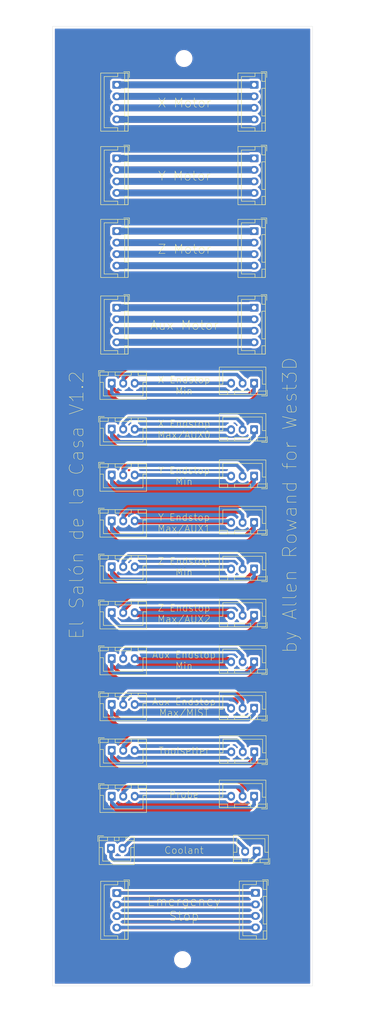
<source format=kicad_pcb>
(kicad_pcb (version 20241229) (generator "pcbnew") (generator_version "9.0")
  (layers (0 "F.Cu" signal) (2 "B.Cu" signal) (13 "F.Paste" user) (15 "B.Paste" user) (5 "F.SilkS" user "F.Silkscreen") (7 "B.SilkS" user "B.Silkscreen") (1 "F.Mask" user) (3 "B.Mask" user) (25 "Edge.Cuts" user))
  (net 0 "")
  (net 1 "Net-(Probe_IN1-Pin_1)")
  (net 2 "Net-(Probe_IN1-Pin_3)")
  (net 3 "Net-(Probe_IN1-Pin_2)")
  (net 4 "Net-(Toolsetter_IN1-Pin_1)")
  (net 5 "Net-(Toolsetter_IN1-Pin_3)")
  (net 6 "Net-(Toolsetter_IN1-Pin_2)")
  (net 7 "Net-(Aux_Endstop_Max_IN1-Pin_3)")
  (net 8 "Net-(Aux_Endstop_Max_IN1-Pin_1)")
  (net 9 "Net-(Aux_Endstop_Max_IN1-Pin_2)")
  (net 10 "Net-(X_Motor_IN1-Pin_1)")
  (net 11 "Net-(X_Motor_IN1-Pin_4)")
  (net 12 "Net-(X_Motor_IN1-Pin_3)")
  (net 13 "Net-(X_Motor_IN1-Pin_2)")
  (net 14 "Net-(Aux_Endstop_Min_IN1-Pin_2)")
  (net 15 "Net-(Aux_Endstop_Min_IN1-Pin_1)")
  (net 16 "Net-(Aux_Endstop_Min_IN1-Pin_3)")
  (net 17 "Net-(Y_Motor_IN1-Pin_1)")
  (net 18 "Net-(Y_Motor_IN1-Pin_4)")
  (net 19 "Net-(Y_Motor_IN1-Pin_3)")
  (net 20 "Net-(Y_Motor_IN1-Pin_2)")
  (net 21 "Net-(X_Endstop_Max_IN1-Pin_2)")
  (net 22 "Net-(X_Endstop_Max_IN1-Pin_3)")
  (net 23 "Net-(X_Endstop_Max_IN1-Pin_1)")
  (net 24 "Net-(Z_Motor_IN1-Pin_1)")
  (net 25 "Net-(Z_Motor_IN1-Pin_3)")
  (net 26 "Net-(Z_Motor_IN1-Pin_2)")
  (net 27 "Net-(Z_Motor_IN1-Pin_4)")
  (net 28 "Net-(X_Endstop_Min_IN1-Pin_3)")
  (net 29 "Net-(X_Endstop_Min_IN1-Pin_1)")
  (net 30 "Net-(X_Endstop_Min_IN1-Pin_2)")
  (net 31 "Net-(Aux_Motor_IN1-Pin_3)")
  (net 32 "Net-(Aux_Motor_IN1-Pin_4)")
  (net 33 "Net-(Aux_Motor_IN1-Pin_2)")
  (net 34 "Net-(Aux_Motor_IN1-Pin_1)")
  (net 35 "Net-(EStop_OUT1-Pin_1)")
  (net 36 "Net-(EStop_OUT1-Pin_2)")
  (net 37 "Net-(EStop_OUT1-Pin_4)")
  (net 38 "Net-(EStop_OUT1-Pin_3)")
  (net 39 "Net-(Y_Endstop_Max_IN1-Pin_1)")
  (net 40 "Net-(Y_Endstop_Max_IN1-Pin_2)")
  (net 41 "Net-(Y_Endstop_Max_IN1-Pin_3)")
  (net 42 "Net-(Y_Endstop_Min_IN1-Pin_3)")
  (net 43 "Net-(Y_Endstop_Min_IN1-Pin_1)")
  (net 44 "Net-(Y_Endstop_Min_IN1-Pin_2)")
  (net 45 "Net-(Z_Endstop_Max_IN1-Pin_3)")
  (net 46 "Net-(Z_Endstop_Max_IN1-Pin_1)")
  (net 47 "Net-(Z_Endstop_Max_IN1-Pin_2)")
  (net 48 "Net-(Z_Endstop_Min_IN1-Pin_1)")
  (net 49 "Net-(Z_Endstop_Min_IN1-Pin_3)")
  (net 50 "Net-(Z_Endstop_Min_IN1-Pin_2)")
  (net 51 "Net-(Coolant_IN1-Pin_2)")
  (net 52 "Net-(Coolant_IN1-Pin_1)")
  (footprint "Connector_JST:JST_XH_B3B-XH-A_1x03_P2.50mm_Vertical" (layer "F.Cu") (at 664.845 292.735 180)
    (property "Reference" "X_Endstop_Min_IN1" (hide yes))
    (property "Value" "Conn_01x03")
  )
  (footprint "Connector_JST:JST_XH_B3B-XH-A_1x03_P2.50mm_Vertical" (layer "F.Cu") (at 633.89 312.65611)
    (property "Reference" "Y_Endstop_Min_OUT1" (hide yes))
    (property "Value" "Conn_01x03")
  )
  (footprint "Connector_JST:JST_XH_B3B-XH-A_1x03_P2.50mm_Vertical" (layer "F.Cu") (at 664.845 382.38 180)
    (property "Reference" "Probe_IN1" (hide yes))
    (property "Value" "Conn_01x03")
  )
  (footprint "Connector_JST:JST_XH_B3B-XH-A_1x03_P2.50mm_Vertical" (layer "F.Cu") (at 664.845 353.198332 180)
    (property "Reference" "Aux_Endstop_Min_IN1" (hide yes))
    (property "Value" "Conn_01x03")
  )
  (footprint "Connector_JST:JST_XH_B2B-XH-A_1x02_P2.50mm_Vertical" (layer "F.Cu") (at 633.73 393.7)
    (property "Reference" "Coolant_IN1" (hide yes))
    (property "Value" "Conn_01x03")
  )
  (footprint "Connector_JST:JST_XH_B3B-XH-A_1x03_P2.50mm_Vertical" (layer "F.Cu") (at 664.845 343.12111 180)
    (property "Reference" "Z_Endstop_Max_IN1" (hide yes))
    (property "Value" "Conn_01x03")
  )
  (footprint "Connector_JST:JST_XH_B3B-XH-A_1x03_P2.50mm_Vertical" (layer "F.Cu") (at 633.89 372.41944)
    (property "Reference" "Toolsetter_OUT1" (hide yes))
    (property "Value" "Conn_01x03")
  )
  (footprint "Connector_JST:JST_XH_B3B-XH-A_1x03_P2.50mm_Vertical" (layer "F.Cu") (at 633.89 322.616665)
    (property "Reference" "Y_Endstop_Max_OUT1" (hide yes))
    (property "Value" "Conn_01x03")
  )
  (footprint "Connector_JST:JST_XH_B3B-XH-A_1x03_P2.50mm_Vertical" (layer "F.Cu") (at 633.89 332.57722)
    (property "Reference" "Z_Endstop_Min_OUT1" (hide yes))
    (property "Value" "Conn_01x03")
  )
  (footprint "Connector_JST:JST_XH_B3B-XH-A_1x03_P2.50mm_Vertical" (layer "F.Cu") (at 664.845 312.889444 180)
    (property "Reference" "Y_Endstop_Min_IN1" (hide yes))
    (property "Value" "Conn_01x03")
  )
  (footprint "Connector_JST:JST_XH_B3B-XH-A_1x03_P2.50mm_Vertical" (layer "F.Cu") (at 664.845 363.275554 180)
    (property "Reference" "Aux_Endstop_Max_IN1" (hide yes))
    (property "Value" "Conn_01x03")
  )
  (footprint "Connector_JST:JST_XH_B4B-XH-A_1x04_P2.50mm_Vertical" (layer "F.Cu") (at 665.1425 403.345 -90)
    (property "Reference" "Estop_IN1" (hide yes))
    (property "Value" "Conn_01x04")
  )
  (footprint "Connector_JST:JST_XH_B4B-XH-A_1x04_P2.50mm_Vertical" (layer "F.Cu") (at 635 403.385 -90)
    (property "Reference" "EStop_OUT1" (hide yes))
    (property "Value" "Conn_01x04")
  )
  (footprint "Connector_JST:JST_XH_B4B-XH-A_1x04_P2.50mm_Vertical" (layer "F.Cu") (at 664.845 276.345 -90)
    (property "Reference" "Aux_Motor_OUT1" (hide yes))
    (property "Value" "Conn_01x04")
  )
  (footprint "Connector_JST:JST_XH_B3B-XH-A_1x03_P2.50mm_Vertical" (layer "F.Cu") (at 633.89 302.695555)
    (property "Reference" "X_Endstop_Max_OUT1" (hide yes))
    (property "Value" "Conn_01x03")
  )
  (footprint "Connector_JST:JST_XH_B4B-XH-A_1x04_P2.50mm_Vertical" (layer "F.Cu") (at 635 227.965 -90)
    (property "Reference" "X_Motor_IN1" (hide yes))
    (property "Value" "Conn_01x04")
  )
  (footprint "MountingHole:MountingHole_3.2mm_M3" (layer "F.Cu") (at 649.605 222.25)
    (property "Reference" "REF**" (hide yes))
    (property "Value" "MountingHole_3.2mm_M3" (hide yes))
  )
  (footprint "Connector_JST:JST_XH_B3B-XH-A_1x03_P2.50mm_Vertical" (layer "F.Cu") (at 633.89 382.38)
    (property "Reference" "Probe_OUT1" (hide yes))
    (property "Value" "Conn_01x03")
  )
  (footprint "Connector_JST:JST_XH_B4B-XH-A_1x04_P2.50mm_Vertical" (layer "F.Cu") (at 664.845 259.715 -90)
    (property "Reference" "Z_Motor_OUT1" (hide yes))
    (property "Value" "Conn_01x04")
  )
  (footprint "Connector_JST:JST_XH_B3B-XH-A_1x03_P2.50mm_Vertical" (layer "F.Cu") (at 664.845 322.966666 180)
    (property "Reference" "Y_Endstop_Max_IN1" (hide yes))
    (property "Value" "Conn_01x03")
  )
  (footprint "Connector_JST:JST_XH_B2B-XH-A_1x02_P2.50mm_Vertical" (layer "F.Cu") (at 665.4 394.335 180)
    (property "Reference" "Coolant_OUT1" (hide yes))
    (property "Value" "Conn_01x03")
  )
  (footprint "Connector_JST:JST_XH_B3B-XH-A_1x03_P2.50mm_Vertical" (layer "F.Cu") (at 664.845 302.812222 180)
    (property "Reference" "X_Endstop_Max_IN1" (hide yes))
    (property "Value" "Conn_01x03")
  )
  (footprint "Connector_JST:JST_XH_B3B-XH-A_1x03_P2.50mm_Vertical" (layer "F.Cu") (at 664.885 372.745 180)
    (property "Reference" "Toolsetter_IN1" (hide yes))
    (property "Value" "Conn_01x03")
  )
  (footprint "Connector_JST:JST_XH_B3B-XH-A_1x03_P2.50mm_Vertical" (layer "F.Cu") (at 633.89 362.458885)
    (property "Reference" "Aux_Endstop_Max_OUT1" (hide yes))
    (property "Value" "Conn_01x03")
  )
  (footprint "Connector_JST:JST_XH_B4B-XH-A_1x04_P2.50mm_Vertical" (layer "F.Cu") (at 635 259.715 -90)
    (property "Reference" "Z_Motor_IN1" (hide yes))
    (property "Value" "Conn_01x04")
  )
  (footprint "Connector_JST:JST_XH_B4B-XH-A_1x04_P2.50mm_Vertical" (layer "F.Cu") (at 664.845 227.965 -90)
    (property "Reference" "X_Motor_OUT1" (hide yes))
    (property "Value" "Conn_01x04")
  )
  (footprint "Connector_JST:JST_XH_B3B-XH-A_1x03_P2.50mm_Vertical" (layer "F.Cu") (at 633.89 292.735)
    (property "Reference" "X_Endstop_Min_OUT1" (hide yes))
    (property "Value" "Conn_01x03")
  )
  (footprint "Connector_JST:JST_XH_B4B-XH-A_1x04_P2.50mm_Vertical" (layer "F.Cu") (at 664.845 243.92 -90)
    (property "Reference" "Y_Motor_OUT1" (hide yes))
    (property "Value" "Conn_01x04")
  )
  (footprint "Connector_JST:JST_XH_B3B-XH-A_1x03_P2.50mm_Vertical" (layer "F.Cu") (at 633.89 342.537775)
    (property "Reference" "Z_Endstop_Max_OUT1" (hide yes))
    (property "Value" "Conn_01x03")
  )
  (footprint "Connector_JST:JST_XH_B3B-XH-A_1x03_P2.50mm_Vertical" (layer "F.Cu") (at 664.845 333.043888 180)
    (property "Reference" "Z_Endstop_Min_IN1" (hide yes))
    (property "Value" "Conn_01x03")
  )
  (footprint "MountingHole:MountingHole_3.2mm_M3" (layer "F.Cu") (at 649.2875 417.83)
    (property "Reference" "REF**" (hide yes))
    (property "Value" "MountingHole_3.2mm_M3" (hide yes))
  )
  (footprint "Connector_JST:JST_XH_B4B-XH-A_1x04_P2.50mm_Vertical" (layer "F.Cu") (at 635 243.92 -90)
    (property "Reference" "Y_Motor_IN1" (hide yes))
    (property "Value" "Conn_01x04")
  )
  (footprint "Connector_JST:JST_XH_B3B-XH-A_1x03_P2.50mm_Vertical" (layer "F.Cu") (at 633.89 352.49833)
    (property "Reference" "Aux_Endstop_Min_OUT1" (hide yes))
    (property "Value" "Conn_01x03")
  )
  (footprint "Connector_JST:JST_XH_B4B-XH-A_1x04_P2.50mm_Vertical" (layer "F.Cu") (at 635 276.345 -90)
    (property "Reference" "Aux_Motor_IN1" (hide yes))
    (property "Value" "Conn_01x04")
  )
  (gr_rect (start 621.03 215.265) (end 677.545 423.545) (stroke (width 0.05)) (fill no) (layer "Edge.Cuts"))
  (gr_text "X Endstop\nMin" (at 649.605 295.275 0) (layer "F.SilkS") (effects (font (size 1.5 1.5) (thickness 0.1)) (justify bottom)))
  (gr_text "Y Endstop\nMax/AUX1" (at 649.605 325.12 0) (layer "F.SilkS") (effects (font (size 1.5 1.5) (thickness 0.1)) (justify bottom)))
  (gr_text "Z Endstop\nMin" (at 649.605 334.645 0) (layer "F.SilkS") (effects (font (size 1.5 1.5) (thickness 0.1)) (justify bottom)))
  (gr_text "Aux Endstop\nMax/MIST" (at 649.605 365.125 0) (layer "F.SilkS") (effects (font (size 1.5 1.5) (thickness 0.1)) (justify bottom)))
  (gr_text "Emergency\nStop" (at 649.605 409.575 0) (layer "F.SilkS") (effects (font (size 2 2) (thickness 0.1)) (justify bottom)))
  (gr_text "Y Motor" (at 643.893095 248.92 0) (layer "F.SilkS") (effects (font (size 2 2) (thickness 0.1)) (justify left bottom)))
  (gr_text "Y Endstop\nMin" (at 649.605 314.96 0) (layer "F.SilkS") (effects (font (size 1.5 1.5) (thickness 0.1)) (justify bottom)))
  (gr_text "Toolsetter" (at 649.605 373.38 0) (layer "F.SilkS") (effects (font (size 1.5 1.5) (thickness 0.1)) (justify bottom)))
  (gr_text "Z Motor" (at 643.797857 264.795 0) (layer "F.SilkS") (effects (font (size 2 2) (thickness 0.1)) (justify left bottom)))
  (gr_text "by Allen Rowand for West3D" (at 674.37 351.469287 90) (layer "F.SilkS") (effects (font (size 3 3) (thickness 0.1)) (justify left bottom)))
  (gr_text "Probe" (at 649.605 382.905 0) (layer "F.SilkS") (effects (font (size 1.5 1.5) (thickness 0.1)) (justify bottom)))
  (gr_text "X Endstop\nMax/AUX0" (at 649.605 304.8 0) (layer "F.SilkS") (effects (font (size 1.5 1.5) (thickness 0.1)) (justify bottom)))
  (gr_text "El Salón de la Casa V1.2" (at 628.015 348.469287 90) (layer "F.SilkS") (effects (font (size 3 3) (thickness 0.1)) (justify left bottom)))
  (gr_text "Z Endstop\nMax/AUX2" (at 649.605 344.805 0) (layer "F.SilkS") (effects (font (size 1.5 1.5) (thickness 0.1)) (justify bottom)))
  (gr_text "Coolant" (at 649.605 394.97 0) (layer "F.SilkS") (effects (font (size 1.5 1.5) (thickness 0.1)) (justify bottom)))
  (gr_text "X Motor" (at 643.797857 233.045 0) (layer "F.SilkS") (effects (font (size 2 2) (thickness 0.1)) (justify left bottom)))
  (gr_text "Aux Motor" (at 642.178809 281.305 0) (layer "F.SilkS") (effects (font (size 2 2) (thickness 0.1)) (justify left bottom)))
  (gr_text "Aux Endstop\nMin" (at 649.605 354.965 0) (layer "F.SilkS") (effects (font (size 1.5 1.5) (thickness 0.1)) (justify bottom)))
  (segment (start 633.89 384.335) (end 635 385.445) (width 0.75) (layer "F.Cu") (net 1))
  (segment (start 633.89 382.38) (end 633.89 384.335) (width 0.75) (layer "F.Cu") (net 1))
  (segment (start 664.885 384.175) (end 664.845 384.135) (width 0.75) (layer "F.Cu") (net 1))
  (segment (start 663.615 385.445) (end 664.885 384.175) (width 0.75) (layer "F.Cu") (net 1))
  (segment (start 664.845 384.135) (end 664.845 382.38) (width 0.75) (layer "F.Cu") (net 1))
  (segment (start 635 385.445) (end 663.615 385.445) (width 0.75) (layer "F.Cu") (net 1))
  (segment (start 633.89 382.38) (end 633.89 383.7) (width 0.75) (layer "B.Cu") (net 1))
  (segment (start 635 384.81) (end 664.25 384.81) (width 0.75) (layer "B.Cu") (net 1))
  (segment (start 633.89 383.7) (end 635 384.81) (width 0.75) (layer "B.Cu") (net 1))
  (segment (start 664.845 384.215) (end 664.845 382.38) (width 0.75) (layer "B.Cu") (net 1))
  (segment (start 664.25 384.81) (end 664.845 384.215) (width 0.75) (layer "B.Cu") (net 1))
  (segment (start 638.89 382.38) (end 659.845 382.38) (width 0.75) (layer "F.Cu") (net 2))
  (segment (start 638.89 382.38) (end 659.845 382.38) (width 0.75) (layer "B.Cu") (net 2))
  (segment (start 636.39 382.38) (end 636.39 380.88) (width 0.75) (layer "F.Cu") (net 3))
  (segment (start 636.39 380.88) (end 636.905 380.365) (width 0.75) (layer "F.Cu") (net 3))
  (segment (start 661.075 380.365) (end 662.345 381.635) (width 0.75) (layer "F.Cu") (net 3))
  (segment (start 662.345 381.635) (end 662.345 382.38) (width 0.75) (layer "F.Cu") (net 3))
  (segment (start 636.905 380.365) (end 661.075 380.365) (width 0.75) (layer "F.Cu") (net 3))
  (segment (start 661.71 380.365) (end 662.345 381) (width 0.75) (layer "B.Cu") (net 3))
  (segment (start 662.345 381) (end 662.345 382.38) (width 0.75) (layer "B.Cu") (net 3))
  (segment (start 636.39 381.515) (end 637.54 380.365) (width 0.75) (layer "B.Cu") (net 3))
  (segment (start 636.39 382.38) (end 636.39 381.515) (width 0.75) (layer "B.Cu") (net 3))
  (segment (start 637.54 380.365) (end 661.71 380.365) (width 0.75) (layer "B.Cu") (net 3))
  (segment (start 633.89 372.41944) (end 633.89 373.54) (width 0.75) (layer "F.Cu") (net 4))
  (segment (start 663.615 375.285) (end 664.885 374.015) (width 0.75) (layer "F.Cu") (net 4))
  (segment (start 635.635 375.285) (end 663.615 375.285) (width 0.75) (layer "F.Cu") (net 4))
  (segment (start 633.89 373.54) (end 635.635 375.285) (width 0.75) (layer "F.Cu") (net 4))
  (segment (start 664.885 374.015) (end 664.885 372.745) (width 0.75) (layer "F.Cu") (net 4))
  (segment (start 664.885 374.65) (end 664.885 372.745) (width 0.75) (layer "B.Cu") (net 4))
  (segment (start 635 375.285) (end 664.25 375.285) (width 0.75) (layer "B.Cu") (net 4))
  (segment (start 633.89 374.175) (end 635 375.285) (width 0.75) (layer "B.Cu") (net 4))
  (segment (start 633.89 372.41944) (end 633.89 374.175) (width 0.75) (layer "B.Cu") (net 4))
  (segment (start 664.25 375.285) (end 664.885 374.65) (width 0.75) (layer "B.Cu") (net 4))
  (segment (start 639.21556 372.745) (end 638.89 372.41944) (width 0.75) (layer "F.Cu") (net 5))
  (segment (start 659.885 372.745) (end 639.21556 372.745) (width 0.75) (layer "F.Cu") (net 5))
  (segment (start 639.21556 372.745) (end 638.89 372.41944) (width 0.75) (layer "B.Cu") (net 5))
  (segment (start 659.885 372.745) (end 639.21556 372.745) (width 0.75) (layer "B.Cu") (net 5))
  (segment (start 636.39 371.99) (end 638.175 370.205) (width 0.75) (layer "F.Cu") (net 6))
  (segment (start 662.385 371.515) (end 662.385 372.745) (width 0.75) (layer "F.Cu") (net 6))
  (segment (start 638.175 370.205) (end 661.075 370.205) (width 0.75) (layer "F.Cu") (net 6))
  (segment (start 661.075 370.205) (end 662.385 371.515) (width 0.75) (layer "F.Cu") (net 6))
  (segment (start 636.39 372.41944) (end 636.39 371.99) (width 0.75) (layer "F.Cu") (net 6))
  (segment (start 636.39 372.41944) (end 636.39 371.355) (width 0.75) (layer "B.Cu") (net 6))
  (segment (start 662.385 371.515) (end 662.385 372.745) (width 0.75) (layer "B.Cu") (net 6))
  (segment (start 661.075 370.205) (end 662.385 371.515) (width 0.75) (layer "B.Cu") (net 6))
  (segment (start 636.39 371.355) (end 637.54 370.205) (width 0.75) (layer "B.Cu") (net 6))
  (segment (start 637.54 370.205) (end 661.075 370.205) (width 0.75) (layer "B.Cu") (net 6))
  (segment (start 638.89 362.458885) (end 659.028331 362.458885) (width 0.75) (layer "F.Cu") (net 7))
  (segment (start 659.028331 362.458885) (end 659.845 363.275554) (width 0.75) (layer "F.Cu") (net 7))
  (segment (start 638.89 362.458885) (end 659.028331 362.458885) (width 0.75) (layer "B.Cu") (net 7))
  (segment (start 659.028331 362.458885) (end 659.845 363.275554) (width 0.75) (layer "B.Cu") (net 7))
  (segment (start 664.845 364.53) (end 664.845 363.275554) (width 0.75) (layer "F.Cu") (net 8))
  (segment (start 633.89 362.458885) (end 633.89 364.015) (width 0.75) (layer "F.Cu") (net 8))
  (segment (start 635.635 365.76) (end 663.615 365.76) (width 0.75) (layer "F.Cu") (net 8))
  (segment (start 663.615 365.76) (end 664.845 364.53) (width 0.75) (layer "F.Cu") (net 8))
  (segment (start 633.89 364.015) (end 635.635 365.76) (width 0.75) (layer "F.Cu") (net 8))
  (segment (start 634.0475 365.4425) (end 634.365 365.76) (width 0.75) (layer "B.Cu") (net 8))
  (segment (start 664.845 364.53) (end 664.845 363.275554) (width 0.75) (layer "B.Cu") (net 8))
  (segment (start 633.89 365.285) (end 634.365 365.76) (width 0.75) (layer "B.Cu") (net 8))
  (segment (start 633.89 362.458885) (end 633.89 365.285) (width 0.75) (layer "B.Cu") (net 8))
  (segment (start 634.365 365.76) (end 663.615 365.76) (width 0.75) (layer "B.Cu") (net 8))
  (segment (start 663.615 365.76) (end 664.845 364.53) (width 0.75) (layer "B.Cu") (net 8))
  (segment (start 637.54 360.045) (end 661.075 360.045) (width 0.75) (layer "F.Cu") (net 9))
  (segment (start 636.39 361.195) (end 637.54 360.045) (width 0.75) (layer "F.Cu") (net 9))
  (segment (start 662.345 361.315) (end 662.345 363.275554) (width 0.75) (layer "F.Cu") (net 9))
  (segment (start 661.075 360.045) (end 662.345 361.315) (width 0.75) (layer "F.Cu") (net 9))
  (segment (start 636.39 362.458885) (end 636.39 361.195) (width 0.75) (layer "F.Cu") (net 9))
  (segment (start 662.345 361.95) (end 662.345 363.275554) (width 0.75) (layer "B.Cu") (net 9))
  (segment (start 636.39 361.195) (end 637.54 360.045) (width 0.75) (layer "B.Cu") (net 9))
  (segment (start 636.39 362.458885) (end 636.39 361.195) (width 0.75) (layer "B.Cu") (net 9))
  (segment (start 637.54 360.045) (end 660.44 360.045) (width 0.75) (layer "B.Cu") (net 9))
  (segment (start 660.44 360.045) (end 662.345 361.95) (width 0.75) (layer "B.Cu") (net 9))
  (segment (start 635 227.965) (end 664.845 227.965) (width 1.5) (layer "F.Cu") (net 10))
  (segment (start 635 227.965) (end 664.845 227.965) (width 1.5) (layer "B.Cu") (net 10))
  (segment (start 664.845 235.465) (end 635 235.465) (width 1.5) (layer "F.Cu") (net 11))
  (segment (start 664.845 235.465) (end 635 235.465) (width 1.5) (layer "B.Cu") (net 11))
  (segment (start 635 232.965) (end 664.845 232.965) (width 1.5) (layer "F.Cu") (net 12))
  (segment (start 635 232.965) (end 664.845 232.965) (width 1.5) (layer "B.Cu") (net 12))
  (segment (start 664.845 230.465) (end 635 230.465) (width 1.5) (layer "F.Cu") (net 13))
  (segment (start 664.845 230.465) (end 635 230.465) (width 1.5) (layer "B.Cu") (net 13))
  (segment (start 662.345 351.83) (end 662.345 353.198332) (width 0.75) (layer "F.Cu") (net 14))
  (segment (start 636.39 351.035) (end 636.905 350.52) (width 0.75) (layer "F.Cu") (net 14))
  (segment (start 636.39 352.49833) (end 636.39 351.035) (width 0.75) (layer "F.Cu") (net 14))
  (segment (start 636.905 350.52) (end 661.035 350.52) (width 0.75) (layer "F.Cu") (net 14))
  (segment (start 661.035 350.52) (end 662.345 351.83) (width 0.75) (layer "F.Cu") (net 14))
  (segment (start 661.035 350.52) (end 662.345 351.83) (width 0.75) (layer "B.Cu") (net 14))
  (segment (start 636.39 351.035) (end 636.905 350.52) (width 0.75) (layer "B.Cu") (net 14))
  (segment (start 662.345 351.83) (end 662.345 353.198332) (width 0.75) (layer "B.Cu") (net 14))
  (segment (start 636.39 352.49833) (end 636.39 351.035) (width 0.75) (layer "B.Cu") (net 14))
  (segment (start 636.905 350.52) (end 661.035 350.52) (width 0.75) (layer "B.Cu") (net 14))
  (segment (start 633.89 353.855) (end 635.635 355.6) (width 0.75) (layer "F.Cu") (net 15))
  (segment (start 664.845 353.735) (end 664.845 353.198332) (width 0.75) (layer "F.Cu") (net 15))
  (segment (start 662.98 355.6) (end 664.845 353.735) (width 0.75) (layer "F.Cu") (net 15))
  (segment (start 635.635 355.6) (end 662.98 355.6) (width 0.75) (layer "F.Cu") (net 15))
  (segment (start 633.89 352.49833) (end 633.89 353.855) (width 0.75) (layer "F.Cu") (net 15))
  (segment (start 634.365 355.6) (end 663.615 355.6) (width 0.75) (layer "B.Cu") (net 15))
  (segment (start 663.615 355.6) (end 664.845 354.37) (width 0.75) (layer "B.Cu") (net 15))
  (segment (start 633.89 352.49833) (end 633.89 355.125) (width 0.75) (layer "B.Cu") (net 15))
  (segment (start 664.845 354.37) (end 664.845 353.198332) (width 0.75) (layer "B.Cu") (net 15))
  (segment (start 633.89 355.125) (end 634.365 355.6) (width 0.75) (layer "B.Cu") (net 15))
  (segment (start 659.144998 352.49833) (end 659.845 353.198332) (width 0.75) (layer "F.Cu") (net 16))
  (segment (start 638.89 352.49833) (end 659.144998 352.49833) (width 0.75) (layer "F.Cu") (net 16))
  (segment (start 659.845 353.198332) (end 639.590002 353.198332) (width 0.75) (layer "B.Cu") (net 16))
  (segment (start 639.590002 353.198332) (end 638.89 352.49833) (width 0.75) (layer "B.Cu") (net 16))
  (segment (start 635 243.92) (end 664.845 243.92) (width 1.5) (layer "F.Cu") (net 17))
  (segment (start 635 243.92) (end 664.845 243.92) (width 1.5) (layer "B.Cu") (net 17))
  (segment (start 664.845 251.42) (end 635 251.42) (width 1.5) (layer "F.Cu") (net 18))
  (segment (start 664.845 251.42) (end 635 251.42) (width 1.5) (layer "B.Cu") (net 18))
  (segment (start 635 248.92) (end 664.845 248.92) (width 1.5) (layer "F.Cu") (net 19))
  (segment (start 635 248.92) (end 664.845 248.92) (width 1.5) (layer "B.Cu") (net 19))
  (segment (start 664.845 246.42) (end 635 246.42) (width 1.5) (layer "F.Cu") (net 20))
  (segment (start 664.845 246.42) (end 635 246.42) (width 1.5) (layer "B.Cu") (net 20))
  (segment (start 662.345 301.625) (end 662.345 302.812222) (width 0.75) (layer "F.Cu") (net 21))
  (segment (start 636.39 302.695555) (end 636.39 301.505) (width 0.75) (layer "F.Cu") (net 21))
  (segment (start 661.075 300.355) (end 662.345 301.625) (width 0.75) (layer "F.Cu") (net 21))
  (segment (start 636.39 301.505) (end 637.54 300.355) (width 0.75) (layer "F.Cu") (net 21))
  (segment (start 637.54 300.355) (end 661.075 300.355) (width 0.75) (layer "F.Cu") (net 21))
  (segment (start 636.39 302.695555) (end 636.39 301.505) (width 0.75) (layer "B.Cu") (net 21))
  (segment (start 661.075 300.355) (end 662.345 301.625) (width 0.75) (layer "B.Cu") (net 21))
  (segment (start 637.54 300.355) (end 661.075 300.355) (width 0.75) (layer "B.Cu") (net 21))
  (segment (start 636.39 301.505) (end 637.54 300.355) (width 0.75) (layer "B.Cu") (net 21))
  (segment (start 662.345 301.625) (end 662.345 302.812222) (width 0.75) (layer "B.Cu") (net 21))
  (segment (start 639.006667 302.812222) (end 638.89 302.695555) (width 0.75) (layer "F.Cu") (net 22))
  (segment (start 659.845 302.812222) (end 639.006667 302.812222) (width 0.75) (layer "F.Cu") (net 22))
  (segment (start 659.845 302.812222) (end 639.006667 302.812222) (width 0.75) (layer "B.Cu") (net 22))
  (segment (start 639.006667 302.812222) (end 638.89 302.695555) (width 0.75) (layer "B.Cu") (net 22))
  (segment (start 663.615 305.435) (end 664.845 304.205) (width 0.75) (layer "F.Cu") (net 23))
  (segment (start 664.845 304.205) (end 664.845 302.812222) (width 0.75) (layer "F.Cu") (net 23))
  (segment (start 633.89 302.695555) (end 633.89 303.69) (width 0.75) (layer "F.Cu") (net 23))
  (segment (start 635.635 305.435) (end 663.615 305.435) (width 0.75) (layer "F.Cu") (net 23))
  (segment (start 633.89 303.69) (end 635.635 305.435) (width 0.75) (layer "F.Cu") (net 23))
  (segment (start 633.89 304.325) (end 635 305.435) (width 0.75) (layer "B.Cu") (net 23))
  (segment (start 663.615 305.435) (end 664.845 304.205) (width 0.75) (layer "B.Cu") (net 23))
  (segment (start 633.89 302.695555) (end 633.89 304.325) (width 0.75) (layer "B.Cu") (net 23))
  (segment (start 664.845 304.205) (end 664.845 302.812222) (width 0.75) (layer "B.Cu") (net 23))
  (segment (start 635 305.435) (end 663.615 305.435) (width 0.75) (layer "B.Cu") (net 23))
  (segment (start 635 259.715) (end 664.845 259.715) (width 1.5) (layer "F.Cu") (net 24))
  (segment (start 635 259.715) (end 664.845 259.715) (width 1.5) (layer "B.Cu") (net 24))
  (segment (start 635 264.715) (end 664.845 264.715) (width 1.5) (layer "F.Cu") (net 25))
  (segment (start 635 264.715) (end 664.845 264.715) (width 1.5) (layer "B.Cu") (net 25))
  (segment (start 664.845 262.215) (end 635 262.215) (width 1.5) (layer "F.Cu") (net 26))
  (segment (start 664.845 262.215) (end 635 262.215) (width 1.5) (layer "B.Cu") (net 26))
  (segment (start 664.845 267.215) (end 635 267.215) (width 1.5) (layer "F.Cu") (net 27))
  (segment (start 664.845 267.215) (end 635 267.215) (width 1.5) (layer "B.Cu") (net 27))
  (segment (start 638.89 292.735) (end 659.845 292.735) (width 0.75) (layer "F.Cu") (net 28))
  (segment (start 638.89 292.735) (end 659.845 292.735) (width 0.75) (layer "B.Cu") (net 28))
  (segment (start 633.89 293.53) (end 635.635 295.275) (width 0.75) (layer "F.Cu") (net 29))
  (segment (start 664.845 294.045) (end 664.845 292.735) (width 0.75) (layer "F.Cu") (net 29))
  (segment (start 633.89 292.735) (end 633.89 293.53) (width 0.75) (layer "F.Cu") (net 29))
  (segment (start 663.615 295.275) (end 664.845 294.045) (width 0.75) (layer "F.Cu") (net 29))
  (segment (start 635.635 295.275) (end 663.615 295.275) (width 0.75) (layer "F.Cu") (net 29))
  (segment (start 664.25 295.275) (end 664.845 294.68) (width 0.75) (layer "B.Cu") (net 29))
  (segment (start 634.365 295.275) (end 664.25 295.275) (width 0.75) (layer "B.Cu") (net 29))
  (segment (start 633.89 292.735) (end 633.89 294.8) (width 0.75) (layer "B.Cu") (net 29))
  (segment (start 633.89 294.8) (end 634.365 295.275) (width 0.75) (layer "B.Cu") (net 29))
  (segment (start 664.845 294.68) (end 664.845 292.735) (width 0.75) (layer "B.Cu") (net 29))
  (segment (start 661.075 290.83) (end 662.345 292.1) (width 0.75) (layer "F.Cu") (net 30))
  (segment (start 636.39 291.98) (end 637.54 290.83) (width 0.75) (layer "F.Cu") (net 30))
  (segment (start 636.39 292.735) (end 636.39 291.98) (width 0.75) (layer "F.Cu") (net 30))
  (segment (start 662.345 292.1) (end 662.345 292.735) (width 0.75) (layer "F.Cu") (net 30))
  (segment (start 637.54 290.83) (end 661.075 290.83) (width 0.75) (layer "F.Cu") (net 30))
  (segment (start 636.39 292.735) (end 636.39 291.345) (width 0.75) (layer "B.Cu") (net 30))
  (segment (start 636.39 291.345) (end 636.905 290.83) (width 0.75) (layer "B.Cu") (net 30))
  (segment (start 636.905 290.83) (end 661.075 290.83) (width 0.75) (layer "B.Cu") (net 30))
  (segment (start 661.075 290.83) (end 662.345 292.1) (width 0.75) (layer "B.Cu") (net 30))
  (segment (start 662.345 292.1) (end 662.345 292.735) (width 0.75) (layer "B.Cu") (net 30))
  (segment (start 635 281.345) (end 664.845 281.345) (width 1.5) (layer "F.Cu") (net 31))
  (segment (start 635 281.345) (end 664.845 281.345) (width 1.5) (layer "B.Cu") (net 31))
  (segment (start 664.845 283.845) (end 635 283.845) (width 1.5) (layer "F.Cu") (net 32))
  (segment (start 664.845 283.845) (end 635 283.845) (width 1.5) (layer "B.Cu") (net 32))
  (segment (start 664.845 278.845) (end 635 278.845) (width 1.5) (layer "F.Cu") (net 33))
  (segment (start 664.845 278.845) (end 635 278.845) (width 1.5) (layer "B.Cu") (net 33))
  (segment (start 635 276.345) (end 664.845 276.345) (width 1.5) (layer "F.Cu") (net 34))
  (segment (start 635 276.345) (end 664.845 276.345) (width 1.5) (layer "B.Cu") (net 34))
  (segment (start 665.1425 403.345) (end 635.3375 403.345) (width 0.75) (layer "F.Cu") (net 35))
  (segment (start 635.04 403.345) (end 635 403.385) (width 0.75) (layer "F.Cu") (net 35))
  (segment (start 665.1025 403.385) (end 665.1425 403.345) (width 0.75) (layer "B.Cu") (net 35))
  (segment (start 635.2975 403.385) (end 665.1025 403.385) (width 0.75) (layer "B.Cu") (net 35))
  (segment (start 665.1025 405.885) (end 665.1425 405.845) (width 0.75) (layer "F.Cu") (net 36))
  (segment (start 635.2975 405.885) (end 665.1025 405.885) (width 0.75) (layer "F.Cu") (net 36))
  (segment (start 635.04 405.845) (end 635 405.885) (width 0.75) (layer "B.Cu") (net 36))
  (segment (start 665.1425 405.845) (end 635.3375 405.845) (width 0.75) (layer "B.Cu") (net 36))
  (segment (start 635.2975 410.885) (end 665.1025 410.885) (width 0.75) (layer "F.Cu") (net 37))
  (segment (start 665.1025 410.885) (end 665.1425 410.845) (width 0.75) (layer "F.Cu") (net 37))
  (segment (start 635.04 410.845) (end 635 410.885) (width 0.75) (layer "B.Cu") (net 37))
  (segment (start 665.1425 410.845) (end 635.3375 410.845) (width 0.75) (layer "B.Cu") (net 37))
  (segment (start 665.1425 408.345) (end 635.3375 408.345) (width 0.75) (layer "F.Cu") (net 38))
  (segment (start 635.04 408.345) (end 635 408.385) (width 0.75) (layer "F.Cu") (net 38))
  (segment (start 665.1025 408.385) (end 665.1425 408.345) (width 0.75) (layer "B.Cu") (net 38))
  (segment (start 635.2975 408.385) (end 665.1025 408.385) (width 0.75) (layer "B.Cu") (net 38))
  (segment (start 662.98 325.755) (end 664.845 323.89) (width 0.75) (layer "F.Cu") (net 39))
  (segment (start 633.89 322.616665) (end 633.89 324.01) (width 0.75) (layer "F.Cu") (net 39))
  (segment (start 633.89 324.01) (end 635.635 325.755) (width 0.75) (layer "F.Cu") (net 39))
  (segment (start 635.635 325.755) (end 662.98 325.755) (width 0.75) (layer "F.Cu") (net 39))
  (segment (start 664.845 323.89) (end 664.845 322.966666) (width 0.75) (layer "F.Cu") (net 39))
  (segment (start 635 325.755) (end 663.615 325.755) (width 0.75) (layer "B.Cu") (net 39))
  (segment (start 633.89 324.645) (end 635 325.755) (width 0.75) (layer "B.Cu") (net 39))
  (segment (start 664.845 324.525) (end 664.845 322.966666) (width 0.75) (layer "B.Cu") (net 39))
  (segment (start 633.89 322.616665) (end 633.89 324.645) (width 0.75) (layer "B.Cu") (net 39))
  (segment (start 663.615 325.755) (end 664.845 324.525) (width 0.75) (layer "B.Cu") (net 39))
  (segment (start 636.39 321.825) (end 637.54 320.675) (width 0.75) (layer "F.Cu") (net 40))
  (segment (start 637.54 320.675) (end 661.71 320.675) (width 0.75) (layer "F.Cu") (net 40))
  (segment (start 661.71 320.675) (end 662.345 321.31) (width 0.75) (layer "F.Cu") (net 40))
  (segment (start 662.345 321.31) (end 662.345 322.966666) (width 0.75) (layer "F.Cu") (net 40))
  (segment (start 636.39 322.616665) (end 636.39 321.825) (width 0.75) (layer "F.Cu") (net 40))
  (segment (start 661.075 320.04) (end 662.345 321.31) (width 0.75) (layer "B.Cu") (net 40))
  (segment (start 637.54 320.04) (end 661.075 320.04) (width 0.75) (layer "B.Cu") (net 40))
  (segment (start 662.345 321.31) (end 662.345 322.966666) (width 0.75) (layer "B.Cu") (net 40))
  (segment (start 636.39 321.19) (end 637.54 320.04) (width 0.75) (layer "B.Cu") (net 40))
  (segment (start 636.39 322.616665) (end 636.39 321.19) (width 0.75) (layer "B.Cu") (net 40))
  (segment (start 639.240001 322.966666) (end 638.89 322.616665) (width 0.75) (layer "F.Cu") (net 41))
  (segment (start 659.845 322.966666) (end 639.240001 322.966666) (width 0.75) (layer "F.Cu") (net 41))
  (segment (start 659.845 322.966666) (end 659.494999 322.616665) (width 0.75) (layer "B.Cu") (net 41))
  (segment (start 659.494999 322.616665) (end 638.89 322.616665) (width 0.75) (layer "B.Cu") (net 41))
  (segment (start 659.611666 312.65611) (end 659.845 312.889444) (width 0.75) (layer "F.Cu") (net 42))
  (segment (start 638.89 312.65611) (end 659.611666 312.65611) (width 0.75) (layer "F.Cu") (net 42))
  (segment (start 659.611666 312.65611) (end 659.845 312.889444) (width 0.75) (layer "B.Cu") (net 42))
  (segment (start 659.611666 312.65611) (end 638.89 312.65611) (width 0.75) (layer "B.Cu") (net 42))
  (segment (start 664.845 313.73) (end 664.845 312.889444) (width 0.75) (layer "F.Cu") (net 43))
  (segment (start 663.615 314.96) (end 664.845 313.73) (width 0.75) (layer "F.Cu") (net 43))
  (segment (start 635 314.96) (end 663.615 314.96) (width 0.75) (layer "F.Cu") (net 43))
  (segment (start 633.89 313.85) (end 635 314.96) (width 0.75) (layer "F.Cu") (net 43))
  (segment (start 633.89 312.65611) (end 633.89 313.85) (width 0.75) (layer "F.Cu") (net 43))
  (segment (start 633.89 314.485) (end 635 315.595) (width 0.75) (layer "B.Cu") (net 43))
  (segment (start 633.89 312.65611) (end 633.89 314.485) (width 0.75) (layer "B.Cu") (net 43))
  (segment (start 664.845 314.365) (end 664.845 312.889444) (width 0.75) (layer "B.Cu") (net 43))
  (segment (start 663.615 315.595) (end 664.845 314.365) (width 0.75) (layer "B.Cu") (net 43))
  (segment (start 635 315.595) (end 663.615 315.595) (width 0.75) (layer "B.Cu") (net 43))
  (segment (start 636.39 311.03) (end 636.905 310.515) (width 0.75) (layer "F.Cu") (net 44))
  (segment (start 662.345 311.785) (end 662.345 312.889444) (width 0.75) (layer "F.Cu") (net 44))
  (segment (start 661.075 310.515) (end 662.345 311.785) (width 0.75) (layer "F.Cu") (net 44))
  (segment (start 636.905 310.515) (end 661.075 310.515) (width 0.75) (layer "F.Cu") (net 44))
  (segment (start 636.39 312.65611) (end 636.39 311.03) (width 0.75) (layer "F.Cu") (net 44))
  (segment (start 636.39 312.65611) (end 636.39 311.665) (width 0.75) (layer "B.Cu") (net 44))
  (segment (start 637.54 310.515) (end 661.075 310.515) (width 0.75) (layer "B.Cu") (net 44))
  (segment (start 636.39 311.665) (end 637.54 310.515) (width 0.75) (layer "B.Cu") (net 44))
  (segment (start 662.345 311.785) (end 662.345 312.889444) (width 0.75) (layer "B.Cu") (net 44))
  (segment (start 661.075 310.515) (end 662.345 311.785) (width 0.75) (layer "B.Cu") (net 44))
  (segment (start 659.845 343.12111) (end 639.473335 343.12111) (width 0.75) (layer "F.Cu") (net 45))
  (segment (start 639.473335 343.12111) (end 638.89 342.537775) (width 0.75) (layer "F.Cu") (net 45))
  (segment (start 638.89 342.537775) (end 659.261665 342.537775) (width 0.75) (layer "B.Cu") (net 45))
  (segment (start 659.261665 342.537775) (end 659.845 343.12111) (width 0.75) (layer "B.Cu") (net 45))
  (segment (start 635.635 345.44) (end 662.98 345.44) (width 0.75) (layer "F.Cu") (net 46))
  (segment (start 664.845 343.575) (end 664.845 343.12111) (width 0.75) (layer "F.Cu") (net 46))
  (segment (start 633.89 342.537775) (end 633.89 343.695) (width 0.75) (layer "F.Cu") (net 46))
  (segment (start 633.89 343.695) (end 635.635 345.44) (width 0.75) (layer "F.Cu") (net 46))
  (segment (start 662.98 345.44) (end 664.845 343.575) (width 0.75) (layer "F.Cu") (net 46))
  (segment (start 663.615 345.44) (end 664.845 344.21) (width 0.75) (layer "B.Cu") (net 46))
  (segment (start 633.89 342.537775) (end 633.89 343.695) (width 0.75) (layer "B.Cu") (net 46))
  (segment (start 664.845 344.21) (end 664.845 343.12111) (width 0.75) (layer "B.Cu") (net 46))
  (segment (start 633.89 343.695) (end 635.635 345.44) (width 0.75) (layer "B.Cu") (net 46))
  (segment (start 635.635 345.44) (end 663.615 345.44) (width 0.75) (layer "B.Cu") (net 46))
  (segment (start 638.175 340.36) (end 661.075 340.36) (width 0.75) (layer "F.Cu") (net 47))
  (segment (start 661.075 340.36) (end 662.345 341.63) (width 0.75) (layer "F.Cu") (net 47))
  (segment (start 662.345 341.63) (end 662.345 343.12111) (width 0.75) (layer "F.Cu") (net 47))
  (segment (start 636.39 342.537775) (end 636.39 342.145) (width 0.75) (layer "F.Cu") (net 47))
  (segment (start 636.39 342.145) (end 638.175 340.36) (width 0.75) (layer "F.Cu") (net 47))
  (segment (start 636.39 342.537775) (end 636.39 341.51) (width 0.75) (layer "B.Cu") (net 47))
  (segment (start 661.075 340.36) (end 662.345 341.63) (width 0.75) (layer "B.Cu") (net 47))
  (segment (start 636.39 341.51) (end 637.54 340.36) (width 0.75) (layer "B.Cu") (net 47))
  (segment (start 637.54 340.36) (end 661.075 340.36) (width 0.75) (layer "B.Cu") (net 47))
  (segment (start 662.345 341.63) (end 662.345 343.12111) (width 0.75) (layer "B.Cu") (net 47))
  (segment (start 633.89 332.57722) (end 633.89 333.535) (width 0.75) (layer "F.Cu") (net 48))
  (segment (start 664.845 333.415) (end 664.845 333.043888) (width 0.75) (layer "F.Cu") (net 48))
  (segment (start 662.98 335.28) (end 664.845 333.415) (width 0.75) (layer "F.Cu") (net 48))
  (segment (start 635.635 335.28) (end 662.98 335.28) (width 0.75) (layer "F.Cu") (net 48))
  (segment (start 633.89 333.535) (end 635.635 335.28) (width 0.75) (layer "F.Cu") (net 48))
  (segment (start 633.89 332.57722) (end 633.89 334.17) (width 0.75) (layer "B.Cu") (net 48))
  (segment (start 635 335.28) (end 664.25 335.28) (width 0.75) (layer "B.Cu") (net 48))
  (segment (start 633.89 334.17) (end 635 335.28) (width 0.75) (layer "B.Cu") (net 48))
  (segment (start 664.845 334.685) (end 664.845 333.043888) (width 0.75) (layer "B.Cu") (net 48))
  (segment (start 664.25 335.28) (end 664.845 334.685) (width 0.75) (layer "B.Cu") (net 48))
  (segment (start 638.89 332.57722) (end 659.378332 332.57722) (width 0.75) (layer "F.Cu") (net 49))
  (segment (start 659.378332 332.57722) (end 659.845 333.043888) (width 0.75) (layer "F.Cu") (net 49))
  (segment (start 659.378332 332.57722) (end 659.845 333.043888) (width 0.75) (layer "B.Cu") (net 49))
  (segment (start 638.89 332.57722) (end 659.378332 332.57722) (width 0.75) (layer "B.Cu") (net 49))
  (segment (start 636.39 332.57722) (end 636.39 331.35) (width 0.75) (layer "F.Cu") (net 50))
  (segment (start 636.39 331.35) (end 637.54 330.2) (width 0.75) (layer "F.Cu") (net 50))
  (segment (start 637.54 330.2) (end 661.075 330.2) (width 0.75) (layer "F.Cu") (net 50))
  (segment (start 661.075 330.2) (end 662.345 331.47) (width 0.75) (layer "F.Cu") (net 50))
  (segment (start 662.345 331.47) (end 662.345 333.043888) (width 0.75) (layer "F.Cu") (net 50))
  (segment (start 636.39 332.57722) (end 636.39 331.35) (width 0.75) (layer "B.Cu") (net 50))
  (segment (start 661.075 330.2) (end 662.345 331.47) (width 0.75) (layer "B.Cu") (net 50))
  (segment (start 637.54 330.2) (end 661.075 330.2) (width 0.75) (layer "B.Cu") (net 50))
  (segment (start 636.39 331.35) (end 637.54 330.2) (width 0.75) (layer "B.Cu") (net 50))
  (segment (start 662.345 331.47) (end 662.345 333.043888) (width 0.75) (layer "B.Cu") (net 50))
  (segment (start 638.135 391.795) (end 636.23 393.7) (width 0.75) (layer "F.Cu") (net 51))
  (segment (start 661.035 391.795) (end 638.135 391.795) (width 0.75) (layer "F.Cu") (net 51))
  (segment (start 662.9 393.66) (end 661.035 391.795) (width 0.75) (layer "F.Cu") (net 51))
  (segment (start 662.9 394.335) (end 662.9 393.66) (width 0.75) (layer "F.Cu") (net 51))
  (segment (start 661.035 391.795) (end 662.9 393.66) (width 0.75) (layer "B.Cu") (net 51))
  (segment (start 638.175 391.795) (end 661.035 391.795) (width 0.75) (layer "B.Cu") (net 51))
  (segment (start 662.9 393.66) (end 662.9 394.335) (width 0.75) (layer "B.Cu") (net 51))
  (segment (start 636.27 393.7) (end 638.175 391.795) (width 0.75) (layer "B.Cu") (net 51))
  (segment (start 636.23 393.7) (end 636.27 393.7) (width 0.75) (layer "B.Cu") (net 51))
  (segment (start 634.365 396.24) (end 664.21 396.24) (width 0.75) (layer "F.Cu") (net 52))
  (segment (start 633.73 395.605) (end 634.365 396.24) (width 0.75) (layer "F.Cu") (net 52))
  (segment (start 665.4 395.05) (end 664.21 396.24) (width 0.75) (layer "F.Cu") (net 52))
  (segment (start 633.73 393.7) (end 633.73 395.605) (width 0.75) (layer "F.Cu") (net 52))
  (segment (start 665.4 394.335) (end 665.4 395.05) (width 0.75) (layer "F.Cu") (net 52))
  (segment (start 633.73 395.605) (end 633.73 393.7) (width 0.75) (layer "B.Cu") (net 52))
  (segment (start 665.4 394.335) (end 665.4 395.05) (width 0.75) (layer "B.Cu") (net 52))
  (segment (start 664.21 396.24) (end 634.365 396.24) (width 0.75) (layer "B.Cu") (net 52))
  (segment (start 634.365 396.24) (end 633.73 395.605) (width 0.75) (layer "B.Cu") (net 52))
  (segment (start 665.4 395.05) (end 664.21 396.24) (width 0.75) (layer "B.Cu") (net 52))
  (zone (net 0) (net_name "") (layers "F.Cu" "B.Cu") (connect_pads (clearance 0.5)) (min_thickness 0.25) (fill yes (thermal_gap 0.5) (thermal_bridge_width 0.5) (island_removal_mode 1) (island_area_min 10))
    (polygon (pts (xy 612.14 209.55) (xy 689.61 209.55) (xy 683.895 431.8) (xy 609.6 431.165)))
  )
)
</source>
